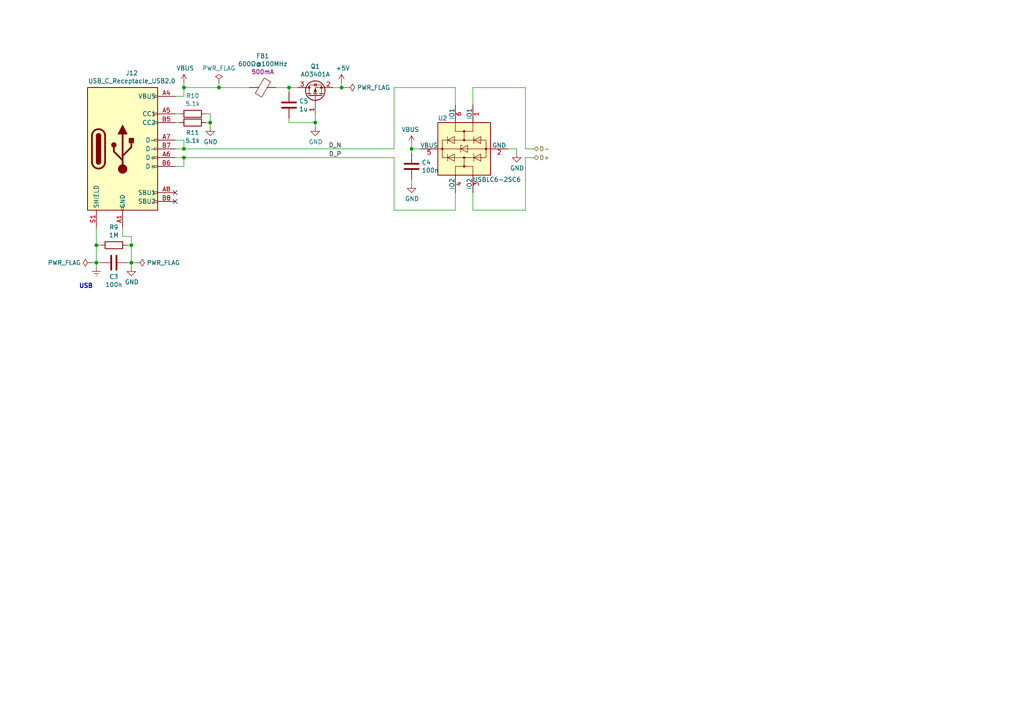
<source format=kicad_sch>
(kicad_sch (version 20220104) (generator eeschema)
  (paper "A4")
  (title_block (date "2020-08-29"))
  (lib_symbols
    (symbol "Connector:USB_C_Receptacle_USB2.0"
      (property "Reference" "J" (at -10.16 19.05 0))
      (property "Value" "USB_C_Receptacle_USB2.0" (at 19.05 19.05 0))
      (symbol "USB_C_Receptacle_USB2.0_0_0"
        (rectangle (start -0.254 -17.78) (end 0.254 -16.764))
        (rectangle (start 10.16 -14.986) (end 9.144 -15.494))
        (rectangle (start 10.16 -12.446) (end 9.144 -12.954))
        (rectangle (start 10.16 -4.826) (end 9.144 -5.334))
        (rectangle (start 10.16 -2.286) (end 9.144 -2.794))
        (rectangle (start 10.16 0.254) (end 9.144 -0.254))
        (rectangle (start 10.16 2.794) (end 9.144 2.286))
        (rectangle (start 10.16 7.874) (end 9.144 7.366))
        (rectangle (start 10.16 10.414) (end 9.144 9.906))
        (rectangle (start 10.16 15.494) (end 9.144 14.986))
      )
      (symbol "USB_C_Receptacle_USB2.0_0_1"
        (rectangle (start -10.16 17.78) (end 10.16 -17.78) (stroke (width 0.254)) (fill (type background)))
        (arc (start -8.89 -3.81) (mid -6.985 -5.715) (end -5.08 -3.81) (stroke (width 0.508)))
        (arc (start -7.62 -3.81) (mid -6.985 -4.445) (end -6.35 -3.81) (stroke (width 0.254)))
        (arc (start -7.62 -3.81) (mid -6.985 -4.445) (end -6.35 -3.81) (stroke (width 0.254)) (fill (type outline)))
        (rectangle (start -7.62 -3.81) (end -6.35 3.81) (stroke (width 0.254)) (fill (type outline)))
        (arc (start -6.35 3.81) (mid -6.985 4.445) (end -7.62 3.81) (stroke (width 0.254)))
        (arc (start -6.35 3.81) (mid -6.985 4.445) (end -7.62 3.81) (stroke (width 0.254)) (fill (type outline)))
        (arc (start -5.08 3.81) (mid -6.985 5.715) (end -8.89 3.81) (stroke (width 0.508)))
        (circle (center -2.54 1.143) (radius 0.635) (stroke (width 0.254)) (fill (type outline)))
        (circle (center 0 -5.842) (radius 1.27) (fill (type outline)))
        (polyline (pts (xy -8.89 -3.81) (xy -8.89 3.81)) (stroke (width 0.508)))
        (polyline (pts (xy -5.08 3.81) (xy -5.08 -3.81)) (stroke (width 0.508)))
        (polyline (pts (xy 0 -5.842) (xy 0 4.318)) (stroke (width 0.508)))
        (polyline (pts (xy 0 -3.302) (xy -2.54 -0.762) (xy -2.54 0.508)) (stroke (width 0.508)))
        (polyline (pts (xy 0 -2.032) (xy 2.54 0.508) (xy 2.54 1.778)) (stroke (width 0.508)))
        (polyline (pts (xy -1.27 4.318) (xy 0 6.858) (xy 1.27 4.318) (xy -1.27 4.318)) (stroke (width 0.254)) (fill (type outline)))
        (rectangle (start 1.905 1.778) (end 3.175 3.048) (stroke (width 0.254)) (fill (type outline)))
      )
      (symbol "USB_C_Receptacle_USB2.0_1_1"
        (pin power_in line (at 0 -22.86 90) (length 5.08) (name "GND") (number "A1"))
        (pin passive line (at 0 -22.86 90) (length 5.08) hide (name "GND") (number "A12"))
        (pin power_in line (at 15.24 15.24 180) (length 5.08) (name "VBUS") (number "A4"))
        (pin bidirectional line (at 15.24 10.16 180) (length 5.08) (name "CC1") (number "A5"))
        (pin bidirectional line (at 15.24 -2.54 180) (length 5.08) (name "D+") (number "A6"))
        (pin bidirectional line (at 15.24 2.54 180) (length 5.08) (name "D-") (number "A7"))
        (pin bidirectional line (at 15.24 -12.7 180) (length 5.08) (name "SBU1") (number "A8"))
        (pin passive line (at 15.24 15.24 180) (length 5.08) hide (name "VBUS") (number "A9"))
        (pin passive line (at 0 -22.86 90) (length 5.08) hide (name "GND") (number "B1"))
        (pin passive line (at 0 -22.86 90) (length 5.08) hide (name "GND") (number "B12"))
        (pin passive line (at 15.24 15.24 180) (length 5.08) hide (name "VBUS") (number "B4"))
        (pin bidirectional line (at 15.24 7.62 180) (length 5.08) (name "CC2") (number "B5"))
        (pin bidirectional line (at 15.24 -5.08 180) (length 5.08) (name "D+") (number "B6"))
        (pin bidirectional line (at 15.24 0 180) (length 5.08) (name "D-") (number "B7"))
        (pin bidirectional line (at 15.24 -15.24 180) (length 5.08) (name "SBU2") (number "B8"))
        (pin passive line (at 15.24 15.24 180) (length 5.08) hide (name "VBUS") (number "B9"))
        (pin passive line (at -7.62 -22.86 90) (length 5.08) (name "SHIELD") (number "S1"))
      )
    )
    (symbol "Device:C" (pin_numbers hide) (pin_names (offset 0.254))
      (property "Reference" "C" (at 0.635 2.54 0))
      (property "Value" "C" (at 0.635 -2.54 0))
      (symbol "C_0_1"
        (polyline (pts (xy -2.032 -0.762) (xy 2.032 -0.762)) (stroke (width 0.508)))
        (polyline (pts (xy -2.032 0.762) (xy 2.032 0.762)) (stroke (width 0.508)))
      )
      (symbol "C_1_1"
        (pin passive line (at 0 3.81 270) (length 2.794) (name "~") (number "1"))
        (pin passive line (at 0 -3.81 90) (length 2.794) (name "~") (number "2"))
      )
    )
    (symbol "Device:Ferrite_Bead" (pin_numbers hide) (pin_names (offset 0))
      (property "Reference" "FB" (at -3.81 0.635 90))
      (property "Value" "Ferrite_Bead" (at 3.81 0 90))
      (symbol "Ferrite_Bead_0_1"
        (polyline (pts (xy 0 -1.27) (xy 0 -1.2192)))
        (polyline (pts (xy 0 1.27) (xy 0 1.2954)))
        (polyline (pts (xy -2.7686 0.4064) (xy -1.7018 2.2606) (xy 2.7686 -0.3048) (xy 1.6764 -2.159) (xy -2.7686 0.4064)))
      )
      (symbol "Ferrite_Bead_1_1"
        (pin passive line (at 0 3.81 270) (length 2.54) (name "~") (number "1"))
        (pin passive line (at 0 -3.81 90) (length 2.54) (name "~") (number "2"))
      )
    )
    (symbol "Device:R" (pin_numbers hide) (pin_names (offset 0))
      (property "Reference" "R" (at 2.032 0 90))
      (property "Value" "R" (at 0 0 90))
      (symbol "R_0_1"
        (rectangle (start -1.016 -2.54) (end 1.016 2.54) (stroke (width 0.254)))
      )
      (symbol "R_1_1"
        (pin passive line (at 0 3.81 270) (length 1.27) (name "~") (number "1"))
        (pin passive line (at 0 -3.81 90) (length 1.27) (name "~") (number "2"))
      )
    )
    (symbol "Device:R_1" (pin_numbers hide) (pin_names (offset 0))
      (property "Reference" "R" (at 2.032 0 90))
      (property "Value" "R" (at 0 0 90))
      (symbol "R_1_0_1"
        (rectangle (start -1.016 -2.54) (end 1.016 2.54) (stroke (width 0.254)))
      )
      (symbol "R_1_1_1"
        (pin passive line (at 0 3.81 270) (length 1.27) (name "~") (number "1"))
        (pin passive line (at 0 -3.81 90) (length 1.27) (name "~") (number "2"))
      )
    )
    (symbol "Power_Protection:USBLC6-2SC6" (pin_names (offset 0))
      (property "Reference" "U" (at 5.08 8.89 0))
      (property "Value" "USBLC6-2SC6" (at 10.16 -10.16 0))
      (symbol "USBLC6-2SC6_0_1"
        (rectangle (start -7.62 -7.62) (end 7.62 7.62) (stroke (width 0.254)) (fill (type background)))
        (circle (center -5.08 0) (radius 0.254) (fill (type outline)))
        (circle (center -2.54 0) (radius 0.254) (fill (type outline)))
        (rectangle (start -2.54 6.35) (end 2.54 -6.35))
        (circle (center 0 -6.35) (radius 0.254) (fill (type outline)))
        (polyline (pts (xy -5.08 -2.54) (xy -7.62 -2.54)))
        (polyline (pts (xy -5.08 0) (xy -5.08 -2.54)))
        (polyline (pts (xy -5.08 2.54) (xy -7.62 2.54)))
        (polyline (pts (xy -1.524 -2.794) (xy -3.556 -2.794)))
        (polyline (pts (xy -1.524 4.826) (xy -3.556 4.826)))
        (polyline (pts (xy 0 -7.62) (xy 0 -6.35)))
        (polyline (pts (xy 0 -6.35) (xy 0 1.27)))
        (polyline (pts (xy 0 1.27) (xy 0 6.35)))
        (polyline (pts (xy 0 6.35) (xy 0 7.62)))
        (polyline (pts (xy 1.524 -2.794) (xy 3.556 -2.794)))
        (polyline (pts (xy 1.524 4.826) (xy 3.556 4.826)))
        (polyline (pts (xy 5.08 -2.54) (xy 7.62 -2.54)))
        (polyline (pts (xy 5.08 0) (xy 5.08 -2.54)))
        (polyline (pts (xy 5.08 2.54) (xy 7.62 2.54)))
        (polyline (pts (xy -2.54 0) (xy -5.08 0) (xy -5.08 2.54)))
        (polyline (pts (xy 2.54 0) (xy 5.08 0) (xy 5.08 2.54)))
        (polyline (pts (xy -3.556 -4.826) (xy -1.524 -4.826) (xy -2.54 -2.794) (xy -3.556 -4.826)))
        (polyline (pts (xy -3.556 2.794) (xy -1.524 2.794) (xy -2.54 4.826) (xy -3.556 2.794)))
        (polyline (pts (xy -1.016 -1.016) (xy 1.016 -1.016) (xy 0 1.016) (xy -1.016 -1.016)))
        (polyline (pts (xy 1.016 1.016) (xy 0.762 1.016) (xy -1.016 1.016) (xy -1.016 0.508)))
        (polyline (pts (xy 3.556 -4.826) (xy 1.524 -4.826) (xy 2.54 -2.794) (xy 3.556 -4.826)))
        (polyline (pts (xy 3.556 2.794) (xy 1.524 2.794) (xy 2.54 4.826) (xy 3.556 2.794)))
        (circle (center 0 6.35) (radius 0.254) (fill (type outline)))
        (circle (center 2.54 0) (radius 0.254) (fill (type outline)))
        (circle (center 5.08 0) (radius 0.254) (fill (type outline)))
      )
      (symbol "USBLC6-2SC6_1_1"
        (pin passive line (at -12.7 -2.54 0) (length 5.08) (name "IO1") (number "1"))
        (pin passive line (at 0 -12.7 90) (length 5.08) (name "GND") (number "2"))
        (pin passive line (at 12.7 -2.54 180) (length 5.08) (name "IO2") (number "3"))
        (pin passive line (at 12.7 2.54 180) (length 5.08) (name "IO2") (number "4"))
        (pin passive line (at 0 12.7 270) (length 5.08) (name "VBUS") (number "5"))
        (pin passive line (at -12.7 2.54 0) (length 5.08) (name "IO1") (number "6"))
      )
    )
    (symbol "Transistor_FET:AO3401A" (pin_names (offset 0) hide)
      (property "Reference" "Q" (at 5.08 1.905 0))
      (property "Value" "AO3401A" (at 5.08 0 0))
      (symbol "AO3401A_0_1"
        (polyline (pts (xy -2.54 0) (xy 0.254 0)))
        (polyline (pts (xy 0.762 -1.778) (xy 2.54 -1.778)))
        (polyline (pts (xy 0.762 -1.27) (xy 0.762 -2.286)) (stroke (width 0.254)))
        (polyline (pts (xy 0.762 0) (xy 2.54 0)))
        (polyline (pts (xy 0.762 0.508) (xy 0.762 -0.508)) (stroke (width 0.254)))
        (polyline (pts (xy 0.762 1.778) (xy 2.54 1.778)))
        (polyline (pts (xy 0.762 2.286) (xy 0.762 1.27)) (stroke (width 0.254)))
        (polyline (pts (xy 2.54 -1.778) (xy 2.54 -2.54)))
        (polyline (pts (xy 2.54 -1.778) (xy 2.54 0)))
        (polyline (pts (xy 2.54 2.54) (xy 2.54 1.778)))
        (polyline (pts (xy 0.254 1.905) (xy 0.254 -1.905) (xy 0.254 -1.905)) (stroke (width 0.254)))
        (polyline (pts (xy 2.286 0) (xy 1.27 -0.381) (xy 1.27 0.381) (xy 2.286 0)) (fill (type outline)))
        (polyline (pts (xy 2.54 -1.778) (xy 3.302 -1.778) (xy 3.302 1.778) (xy 2.54 1.778)))
        (polyline (pts (xy 2.794 -0.508) (xy 2.921 -0.381) (xy 3.683 -0.381) (xy 3.81 -0.254)))
        (polyline (pts (xy 3.302 -0.381) (xy 2.921 0.254) (xy 3.683 0.254) (xy 3.302 -0.381)))
        (circle (center 1.651 0) (radius 2.8194) (stroke (width 0.254)))
        (circle (center 2.54 -1.778) (radius 0.2794) (fill (type outline)))
        (circle (center 2.54 1.778) (radius 0.2794) (fill (type outline)))
      )
      (symbol "AO3401A_1_1"
        (pin input line (at -5.08 0 0) (length 2.54) (name "G") (number "1"))
        (pin passive line (at 2.54 -5.08 90) (length 2.54) (name "S") (number "2"))
        (pin passive line (at 2.54 5.08 270) (length 2.54) (name "D") (number "3"))
      )
    )
    (symbol "power:+5V" (power) (pin_names (offset 0))
      (property "Value" "+5V" (at 0 3.556 0))
      (symbol "+5V_0_1"
        (polyline (pts (xy -0.762 1.27) (xy 0 2.54)))
        (polyline (pts (xy 0 0) (xy 0 2.54)))
        (polyline (pts (xy 0 2.54) (xy 0.762 1.27)))
      )
      (symbol "+5V_1_1"
        (pin power_in line (at 0 0 90) (length 0) hide (name "+5V") (number "1"))
      )
    )
    (symbol "power:Earth" (power) (pin_names (offset 0))
      (symbol "Earth_0_1"
        (polyline (pts (xy -0.635 -1.905) (xy 0.635 -1.905)))
        (polyline (pts (xy -0.127 -2.54) (xy 0.127 -2.54)))
        (polyline (pts (xy 0 -1.27) (xy 0 0)))
        (polyline (pts (xy 1.27 -1.27) (xy -1.27 -1.27)))
      )
      (symbol "Earth_1_1"
        (pin power_in line (at 0 0 270) (length 0) hide (name "Earth") (number "1"))
      )
    )
    (symbol "power:GND" (power) (pin_names (offset 0))
      (property "Value" "GND" (at 0 -3.81 0))
      (symbol "GND_0_1"
        (polyline (pts (xy 0 0) (xy 0 -1.27) (xy 1.27 -1.27) (xy 0 -2.54) (xy -1.27 -1.27) (xy 0 -1.27)))
      )
      (symbol "GND_1_1"
        (pin power_in line (at 0 0 270) (length 0) hide (name "GND") (number "1"))
      )
    )
    (symbol "power:PWR_FLAG" (power) (pin_numbers hide) (pin_names (offset 0) hide)
      (property "Value" "PWR_FLAG" (at 0 3.81 0))
      (symbol "PWR_FLAG_0_0"
        (pin power_out line (at 0 0 90) (length 0) (name "pwr") (number "1"))
      )
      (symbol "PWR_FLAG_0_1"
        (polyline (pts (xy 0 0) (xy 0 1.27) (xy -1.016 1.905) (xy 0 2.54) (xy 1.016 1.905) (xy 0 1.27)))
      )
    )
    (symbol "power:VBUS" (power) (pin_names (offset 0))
      (property "Value" "VBUS" (at 0 3.81 0))
      (symbol "VBUS_0_1"
        (polyline (pts (xy -0.762 1.27) (xy 0 2.54)))
        (polyline (pts (xy 0 0) (xy 0 2.54)))
        (polyline (pts (xy 0 2.54) (xy 0.762 1.27)))
      )
      (symbol "VBUS_1_1"
        (pin power_in line (at 0 0 90) (length 0) hide (name "VBUS") (number "1"))
      )
    )
  )
  (junction (at 53.34 43.18))
  (junction (at 27.94 71.12))
  (junction (at 53.34 45.72))
  (junction (at 53.34 25.4))
  (junction (at 83.82 25.4))
  (junction (at 38.1 71.12))
  (junction (at 99.06 25.4))
  (junction (at 119.38 43.18))
  (junction (at 27.94 76.2))
  (junction (at 63.5 25.4))
  (junction (at 60.96 35.56))
  (junction (at 38.1 76.2))
  (junction (at 91.44 35.56))
  (no_connect (at 50.8 58.42))
  (no_connect (at 50.8 55.88))
  (wire (pts (xy 119.38 41.91) (xy 119.38 43.18)))
  (wire (pts (xy 50.8 43.18) (xy 53.34 43.18)))
  (wire (pts (xy 132.08 30.48) (xy 132.08 25.4)))
  (wire (pts (xy 50.8 45.72) (xy 53.34 45.72)))
  (wire (pts (xy 96.52 25.4) (xy 99.06 25.4)))
  (wire (pts (xy 50.8 35.56) (xy 52.07 35.56)))
  (wire (pts (xy 27.94 66.04) (xy 27.94 71.12)))
  (wire (pts (xy 91.44 33.02) (xy 91.44 35.56)))
  (wire (pts (xy 132.08 60.96) (xy 132.08 55.88)))
  (wire (pts (xy 137.16 60.96) (xy 152.4 60.96)))
  (wire (pts (xy 53.34 48.26) (xy 50.8 48.26)))
  (wire (pts (xy 38.1 71.12) (xy 38.1 76.2)))
  (wire (pts (xy 63.5 25.4) (xy 72.39 25.4)))
  (wire (pts (xy 152.4 45.72) (xy 154.94 45.72)))
  (wire (pts (xy 147.32 43.18) (xy 149.86 43.18)))
  (wire (pts (xy 26.67 76.2) (xy 27.94 76.2)))
  (wire (pts (xy 53.34 45.72) (xy 53.34 48.26)))
  (wire (pts (xy 80.01 25.4) (xy 83.82 25.4)))
  (wire (pts (xy 137.16 25.4) (xy 152.4 25.4)))
  (wire (pts (xy 83.82 35.56) (xy 91.44 35.56)))
  (wire (pts (xy 63.5 24.13) (xy 63.5 25.4)))
  (wire (pts (xy 152.4 43.18) (xy 154.94 43.18)))
  (wire (pts (xy 27.94 76.2) (xy 27.94 77.47)))
  (wire (pts (xy 35.56 66.04) (xy 35.56 68.58)))
  (wire (pts (xy 114.3 25.4) (xy 114.3 43.18)))
  (wire (pts (xy 35.56 68.58) (xy 38.1 68.58)))
  (wire (pts (xy 149.86 43.18) (xy 149.86 44.45)))
  (wire (pts (xy 50.8 27.94) (xy 53.34 27.94)))
  (wire (pts (xy 50.8 40.64) (xy 53.34 40.64)))
  (wire (pts (xy 36.83 76.2) (xy 38.1 76.2)))
  (wire (pts (xy 83.82 34.29) (xy 83.82 35.56)))
  (wire (pts (xy 152.4 60.96) (xy 152.4 45.72)))
  (wire (pts (xy 60.96 35.56) (xy 60.96 36.83)))
  (wire (pts (xy 114.3 60.96) (xy 132.08 60.96)))
  (wire (pts (xy 27.94 76.2) (xy 29.21 76.2)))
  (wire (pts (xy 60.96 33.02) (xy 60.96 35.56)))
  (wire (pts (xy 152.4 25.4) (xy 152.4 43.18)))
  (wire (pts (xy 119.38 43.18) (xy 119.38 44.45)))
  (wire (pts (xy 132.08 25.4) (xy 114.3 25.4)))
  (wire (pts (xy 83.82 25.4) (xy 83.82 26.67)))
  (wire (pts (xy 59.69 33.02) (xy 60.96 33.02)))
  (wire (pts (xy 59.69 35.56) (xy 60.96 35.56)))
  (wire (pts (xy 36.83 71.12) (xy 38.1 71.12)))
  (wire (pts (xy 53.34 25.4) (xy 63.5 25.4)))
  (wire (pts (xy 137.16 55.88) (xy 137.16 60.96)))
  (wire (pts (xy 53.34 40.64) (xy 53.34 43.18)))
  (wire (pts (xy 38.1 68.58) (xy 38.1 71.12)))
  (wire (pts (xy 53.34 45.72) (xy 114.3 45.72)))
  (wire (pts (xy 53.34 24.13) (xy 53.34 25.4)))
  (wire (pts (xy 38.1 76.2) (xy 38.1 77.47)))
  (wire (pts (xy 119.38 52.07) (xy 119.38 53.34)))
  (wire (pts (xy 91.44 35.56) (xy 91.44 36.83)))
  (wire (pts (xy 53.34 25.4) (xy 53.34 27.94)))
  (wire (pts (xy 137.16 30.48) (xy 137.16 25.4)))
  (wire (pts (xy 114.3 45.72) (xy 114.3 60.96)))
  (wire (pts (xy 53.34 43.18) (xy 114.3 43.18)))
  (wire (pts (xy 27.94 71.12) (xy 27.94 76.2)))
  (wire (pts (xy 27.94 71.12) (xy 29.21 71.12)))
  (wire (pts (xy 121.92 43.18) (xy 119.38 43.18)))
  (wire (pts (xy 99.06 25.4) (xy 100.33 25.4)))
  (wire (pts (xy 83.82 25.4) (xy 86.36 25.4)))
  (wire (pts (xy 38.1 76.2) (xy 39.37 76.2)))
  (wire (pts (xy 50.8 33.02) (xy 52.07 33.02)))
  (wire (pts (xy 99.06 24.13) (xy 99.06 25.4)))
  (text "USB" (at 22.86 83.82 0) (effects (font (size 1.27 1.27) (thickness 0.254) bold) (justify left bottom)))
  (label "D_P" (at 99.06 45.72 180))
  (label "D_N" (at 99.06 43.18 180))
  (hierarchical_label "D-" (shape bidirectional) (at 154.94 43.18 0))
  (hierarchical_label "D+" (shape bidirectional) (at 154.94 45.72 0))
  (symbol (lib_id "power:GND") (at 91.44 36.83 0) (unit 1)
    (property "Reference" "#PWR0106" (effects hide))
    (property "Value" "GND" (at 91.5543 41.1544 0))
  )
  (symbol (lib_id "power:GND") (at 119.38 53.34 0) (unit 1)
    (property "Reference" "#PWR0109" (effects hide))
    (property "Value" "GND" (at 119.4943 57.6644 0))
  )
  (symbol (lib_id "Connector:USB_C_Receptacle_USB2.0") (at 35.56 43.18 0) (unit 1)
    (property "Reference" "J12" (at 38.227 21.1898 0))
    (property "Value" "USB_C_Receptacle_USB2.0" (at 38.227 23.4885 0))
    (property "Footprint" "Connector_USB:USB_C_Receptacle_Palconn_UTC16-G" (effects hide))
    (property "Datasheet" "https://www.usb.org/sites/default/files/documents/usb_type-c.zip" (effects hide))
  )
  (symbol (lib_id "Power_Protection:USBLC6-2SC6") (at 134.62 43.18 90) (mirror x) (unit 1)
    (property "Reference" "U2" (at 127 34.29 90) (effects (justify right)))
    (property "Value" "USBLC6-2SC6" (at 151.13 52.07 90) (effects (justify left)))
    (property "Footprint" "Package_TO_SOT_SMD:SOT-23-6" (effects hide))
    (property "Datasheet" "http://www2.st.com/resource/en/datasheet/CD00050750.pdf" (effects hide))
  )
  (symbol (lib_id "power:PWR_FLAG") (at 39.37 76.2 270) (unit 1)
    (property "Reference" "#FLG0105" (effects hide))
    (property "Value" "PWR_FLAG" (at 42.5451 76.2 90) (effects (justify left)))
  )
  (symbol (lib_id "power:+5V") (at 99.06 24.13 0) (unit 1)
    (property "Reference" "#PWR0105" (effects hide))
    (property "Value" "+5V" (at 99.4283 19.8056 0))
  )
  (symbol (lib_id "power:GND") (at 60.96 36.83 0) (unit 1)
    (property "Reference" "#PWR0104" (effects hide))
    (property "Value" "GND" (at 61.0743 41.1544 0))
  )
  (symbol (lib_id "power:VBUS") (at 53.34 24.13 0) (unit 1)
    (property "Reference" "#PWR0101" (effects hide))
    (property "Value" "VBUS" (at 53.7083 19.8056 0))
  )
  (symbol (lib_id "Device:R") (at 33.02 71.12 270) (mirror x) (unit 1)
    (property "Reference" "R9" (at 33.02 65.8938 90))
    (property "Value" "1M" (at 33.02 68.193 90))
    (property "Footprint" "Resistor_SMD:R_0603_1608Metric_Icon" (effects hide))
  )
  (symbol (lib_name "Device:R_1") (lib_id "Device:R") (at 55.88 35.56 270) (mirror x) (unit 1)
    (property "Reference" "R11" (at 55.88 38.4874 90))
    (property "Value" "5.1k" (at 55.88 40.7861 90))
    (property "Footprint" "Resistor_SMD:R_0603_1608Metric_Icon" (effects hide))
  )
  (symbol (lib_id "power:PWR_FLAG") (at 63.5 24.13 0) (unit 1)
    (property "Reference" "#FLG0104" (effects hide))
    (property "Value" "PWR_FLAG" (at 63.5 19.8056 0))
  )
  (symbol (lib_id "Device:C") (at 83.82 30.48 180) (unit 1)
    (property "Reference" "C5" (at 86.7411 29.3306 0) (effects (justify right)))
    (property "Value" "1u" (at 86.741 31.629 0) (effects (justify right)))
    (property "Footprint" "Capacitor_SMD:C_0603_1608Metric_Icon" (effects hide))
  )
  (symbol (lib_id "Device:Ferrite_Bead") (at 76.2 25.4 270) (unit 1)
    (property "Reference" "FB1" (at 76.2 16.2496 90))
    (property "Value" "600Ω@100MHz" (at 76.2 18.5483 90))
    (property "Footprint" "Inductor_SMD:L_0603_1608Metric" (effects hide))
    (property "Datasheet" "https://datasheet.lcsc.com/szlcsc/1809192135_TAITEC-FCM1608KF-601T05_C133937.pdf" (effects hide))
    (property "MPN" "FCM1608KF-601T05" (effects hide))
    (property "I_max" "500mA" (at 76.2 20.847 90))
  )
  (symbol (lib_id "Device:C") (at 33.02 76.2 90) (unit 1)
    (property "Reference" "C3" (at 33.02 80.2704 90))
    (property "Value" "100n" (at 33.02 82.569 90))
    (property "Footprint" "Capacitor_SMD:C_0603_1608Metric_Icon" (effects hide))
  )
  (symbol (lib_id "power:PWR_FLAG") (at 26.67 76.2 90) (unit 1)
    (property "Reference" "#FLG0103" (effects hide))
    (property "Value" "PWR_FLAG" (at 23.495 76.2 90) (effects (justify left)))
  )
  (symbol (lib_id "power:VBUS") (at 119.38 41.91 0) (mirror y) (unit 1)
    (property "Reference" "#PWR0107" (effects hide))
    (property "Value" "VBUS" (at 119.0117 37.5856 0))
  )
  (symbol (lib_id "Device:C") (at 119.38 48.26 180) (unit 1)
    (property "Reference" "C4" (at 122.3011 47.1106 0) (effects (justify right)))
    (property "Value" "100n" (at 122.3011 49.4093 0) (effects (justify right)))
    (property "Footprint" "Capacitor_SMD:C_0603_1608Metric_Icon" (effects hide))
  )
  (symbol (lib_id "power:PWR_FLAG") (at 100.33 25.4 270) (unit 1)
    (property "Reference" "#FLG0102" (effects hide))
    (property "Value" "PWR_FLAG" (at 103.5051 25.4 90) (effects (justify left)))
  )
  (symbol (lib_id "Transistor_FET:AO3401A") (at 91.44 27.94 90) (unit 1)
    (property "Reference" "Q1" (at 91.44 19.2594 90))
    (property "Value" "AO3401A" (at 91.44 21.5581 90))
    (property "Footprint" "Package_TO_SOT_SMD:SOT-23" (effects hide))
    (property "Datasheet" "http://www.aosmd.com/pdfs/datasheet/AO3401A.pdf" (effects hide))
  )
  (symbol (lib_id "power:GND") (at 149.86 44.45 0) (unit 1)
    (property "Reference" "#PWR0108" (effects hide))
    (property "Value" "GND" (at 149.9743 48.7744 0))
  )
  (symbol (lib_id "power:Earth") (at 27.94 77.47 0) (unit 1)
    (property "Reference" "#PWR0103" (effects hide))
    (property "Value" "Earth" (effects hide))
  )
  (symbol (lib_id "power:GND") (at 38.1 77.47 0) (unit 1)
    (property "Reference" "#PWR0102" (effects hide))
    (property "Value" "GND" (at 38.2143 81.7944 0))
  )
  (symbol (lib_id "Device:R") (at 55.88 33.02 270) (mirror x) (unit 1)
    (property "Reference" "R10" (at 55.88 27.7938 90))
    (property "Value" "5.1k" (at 55.88 30.0925 90))
    (property "Footprint" "Resistor_SMD:R_0603_1608Metric_Icon" (effects hide))
  )
)
</source>
